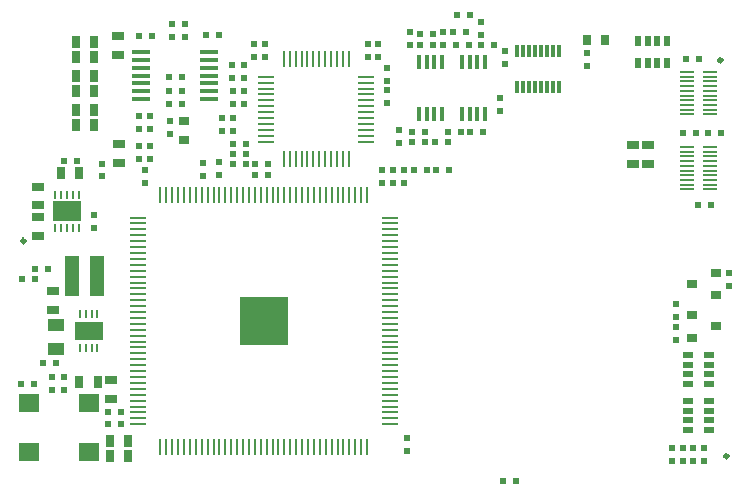
<source format=gtp>
G04*
G04 #@! TF.GenerationSoftware,Altium Limited,Altium Designer,22.6.1 (34)*
G04*
G04 Layer_Color=8421504*
%FSLAX24Y24*%
%MOIN*%
G70*
G04*
G04 #@! TF.SameCoordinates,BFD713BD-E5D5-4BF8-98F0-1AC20243F701*
G04*
G04*
G04 #@! TF.FilePolarity,Positive*
G04*
G01*
G75*
%ADD17C,0.0118*%
%ADD18R,0.0118X0.0394*%
%ADD19R,0.0157X0.0512*%
%ADD20R,0.0374X0.0217*%
%ADD21R,0.0610X0.0138*%
%ADD22R,0.0576X0.0110*%
%ADD23R,0.0110X0.0576*%
%ADD24R,0.0098X0.0315*%
%ADD25R,0.0929X0.0646*%
%ADD26R,0.0709X0.0630*%
%ADD27R,0.0533X0.0110*%
%ADD28R,0.0110X0.0533*%
%ADD29R,0.1630X0.1630*%
%ADD30R,0.0453X0.0079*%
%ADD31R,0.0492X0.0079*%
%ADD32R,0.0354X0.0315*%
%ADD33R,0.0197X0.0236*%
%ADD34R,0.0098X0.0276*%
%ADD35R,0.0917X0.0650*%
%ADD36R,0.0512X0.1339*%
%ADD37R,0.0236X0.0197*%
%ADD38R,0.0551X0.0394*%
%ADD39R,0.0394X0.0256*%
%ADD40R,0.0256X0.0394*%
%ADD41R,0.0256X0.0354*%
%ADD42R,0.0354X0.0256*%
%ADD43R,0.0217X0.0374*%
G36*
X9191Y6581D02*
X8726D01*
Y7045D01*
X9191D01*
Y6581D01*
D02*
G37*
G36*
X8648D02*
X8183D01*
Y7045D01*
X8648D01*
Y6581D01*
D02*
G37*
G36*
X8104D02*
X7640D01*
Y7045D01*
X8104D01*
Y6581D01*
D02*
G37*
G36*
X9191Y6037D02*
X8726D01*
Y6502D01*
X9191D01*
Y6037D01*
D02*
G37*
G36*
X8648D02*
X8183D01*
Y6502D01*
X8648D01*
Y6037D01*
D02*
G37*
G36*
X8104D02*
X7640D01*
Y6502D01*
X8104D01*
Y6037D01*
D02*
G37*
G36*
X9191Y5494D02*
X8726D01*
Y5959D01*
X9191D01*
Y5494D01*
D02*
G37*
G36*
X8648D02*
X8183D01*
Y5959D01*
X8648D01*
Y5494D01*
D02*
G37*
G36*
X8104D02*
X7640D01*
Y5959D01*
X8104D01*
Y5494D01*
D02*
G37*
D17*
X463Y8937D02*
G03*
X463Y8937I-59J0D01*
G01*
X23898Y1762D02*
G03*
X23898Y1762I-59J0D01*
G01*
X23691Y14961D02*
G03*
X23691Y14961I-59J0D01*
G01*
D18*
X17067Y14055D02*
D03*
X16870D02*
D03*
X17264D02*
D03*
X16870Y15276D02*
D03*
X17067D02*
D03*
X17657Y14055D02*
D03*
X17854D02*
D03*
X17461D02*
D03*
X18051D02*
D03*
X18248D02*
D03*
X17657Y15276D02*
D03*
X17264D02*
D03*
X17461D02*
D03*
X17854D02*
D03*
X18248D02*
D03*
X18051D02*
D03*
D19*
X14360Y14892D02*
D03*
X14104D02*
D03*
X13848D02*
D03*
X14360Y13159D02*
D03*
X13848D02*
D03*
X14104D02*
D03*
X13593Y14892D02*
D03*
Y13159D02*
D03*
X15276D02*
D03*
X15020D02*
D03*
Y14892D02*
D03*
X15787Y13159D02*
D03*
X15531D02*
D03*
X15787Y14892D02*
D03*
X15276D02*
D03*
X15531D02*
D03*
D20*
X23268Y3583D02*
D03*
Y3268D02*
D03*
Y2638D02*
D03*
Y2953D02*
D03*
X22559Y3583D02*
D03*
Y3268D02*
D03*
Y2638D02*
D03*
Y2953D02*
D03*
Y5118D02*
D03*
Y4803D02*
D03*
Y4488D02*
D03*
Y4173D02*
D03*
X23268Y5118D02*
D03*
Y4803D02*
D03*
Y4488D02*
D03*
Y4173D02*
D03*
D21*
X6594Y14961D02*
D03*
Y14705D02*
D03*
Y15217D02*
D03*
Y14193D02*
D03*
Y14449D02*
D03*
Y13937D02*
D03*
Y13681D02*
D03*
X4331Y13937D02*
D03*
Y14193D02*
D03*
Y14961D02*
D03*
Y15217D02*
D03*
Y14449D02*
D03*
Y14705D02*
D03*
Y13681D02*
D03*
D22*
X11827Y14409D02*
D03*
Y14016D02*
D03*
Y13819D02*
D03*
Y14213D02*
D03*
Y13622D02*
D03*
Y13425D02*
D03*
Y13228D02*
D03*
Y12835D02*
D03*
Y12638D02*
D03*
Y13032D02*
D03*
Y12441D02*
D03*
Y12244D02*
D03*
X8507Y14409D02*
D03*
Y14016D02*
D03*
Y13819D02*
D03*
Y14213D02*
D03*
Y13622D02*
D03*
Y13425D02*
D03*
Y13228D02*
D03*
Y12835D02*
D03*
Y12638D02*
D03*
Y13032D02*
D03*
Y12441D02*
D03*
Y12244D02*
D03*
D23*
X11053Y14987D02*
D03*
X11250D02*
D03*
X10659D02*
D03*
X10856D02*
D03*
X10463D02*
D03*
X10266D02*
D03*
X11053Y11667D02*
D03*
X11250D02*
D03*
X10659D02*
D03*
X10856D02*
D03*
X10463D02*
D03*
X10266D02*
D03*
X9872Y14987D02*
D03*
X10069D02*
D03*
X9478D02*
D03*
X9675D02*
D03*
X9281D02*
D03*
X9085D02*
D03*
X9872Y11667D02*
D03*
X10069D02*
D03*
X9478D02*
D03*
X9675D02*
D03*
X9281D02*
D03*
X9085D02*
D03*
D24*
X2874Y6514D02*
D03*
X2480D02*
D03*
X2283D02*
D03*
X2677D02*
D03*
X2480Y5376D02*
D03*
X2874D02*
D03*
X2677D02*
D03*
X2283D02*
D03*
D25*
X2579Y5945D02*
D03*
D26*
X2575Y3543D02*
D03*
Y1890D02*
D03*
X575Y3543D02*
D03*
Y1890D02*
D03*
D27*
X12617Y9518D02*
D03*
Y9715D02*
D03*
Y8927D02*
D03*
Y8730D02*
D03*
Y9124D02*
D03*
Y8337D02*
D03*
Y8140D02*
D03*
Y8533D02*
D03*
Y9321D02*
D03*
Y7746D02*
D03*
Y7943D02*
D03*
Y7156D02*
D03*
Y6959D02*
D03*
Y7352D02*
D03*
Y6565D02*
D03*
Y6368D02*
D03*
Y6762D02*
D03*
Y7549D02*
D03*
Y5974D02*
D03*
Y5778D02*
D03*
Y6171D02*
D03*
Y5187D02*
D03*
Y4990D02*
D03*
Y5384D02*
D03*
Y4596D02*
D03*
Y4400D02*
D03*
Y4793D02*
D03*
Y5581D02*
D03*
Y4006D02*
D03*
Y4203D02*
D03*
Y3809D02*
D03*
Y3415D02*
D03*
Y3612D02*
D03*
Y3022D02*
D03*
Y2825D02*
D03*
Y3219D02*
D03*
X4214Y9518D02*
D03*
Y9715D02*
D03*
Y9321D02*
D03*
Y8927D02*
D03*
Y8730D02*
D03*
Y9124D02*
D03*
Y8337D02*
D03*
Y8140D02*
D03*
Y8533D02*
D03*
Y7746D02*
D03*
Y7943D02*
D03*
Y7549D02*
D03*
Y7156D02*
D03*
Y6959D02*
D03*
Y7352D02*
D03*
Y6565D02*
D03*
Y6368D02*
D03*
Y6762D02*
D03*
Y5974D02*
D03*
Y5778D02*
D03*
Y6171D02*
D03*
Y5187D02*
D03*
Y4990D02*
D03*
Y5384D02*
D03*
Y4596D02*
D03*
Y4400D02*
D03*
Y4793D02*
D03*
Y5581D02*
D03*
Y4006D02*
D03*
Y4203D02*
D03*
Y3809D02*
D03*
Y3415D02*
D03*
Y3612D02*
D03*
Y3022D02*
D03*
Y2825D02*
D03*
Y3219D02*
D03*
D28*
X11860Y10471D02*
D03*
X11073D02*
D03*
X11270D02*
D03*
X10876D02*
D03*
X11663D02*
D03*
X11467D02*
D03*
X9892D02*
D03*
X10089D02*
D03*
X9695D02*
D03*
X10482D02*
D03*
X10679D02*
D03*
X10285D02*
D03*
X9301D02*
D03*
X9498D02*
D03*
X9104D02*
D03*
X8711D02*
D03*
X8907D02*
D03*
X8514D02*
D03*
X11860Y2068D02*
D03*
X10876D02*
D03*
X11073D02*
D03*
X10679D02*
D03*
X11467D02*
D03*
X11663D02*
D03*
X11270D02*
D03*
X9695D02*
D03*
X9892D02*
D03*
X9498D02*
D03*
X10285D02*
D03*
X10482D02*
D03*
X10089D02*
D03*
X9104D02*
D03*
X9301D02*
D03*
X8907D02*
D03*
X8711D02*
D03*
X8514D02*
D03*
X7530Y10471D02*
D03*
X7726D02*
D03*
X7333D02*
D03*
X8120D02*
D03*
X8317D02*
D03*
X7923D02*
D03*
X6545D02*
D03*
X6742D02*
D03*
X6348D02*
D03*
X7136D02*
D03*
X6939D02*
D03*
X6152D02*
D03*
X5955D02*
D03*
X5167D02*
D03*
X5364D02*
D03*
X4970D02*
D03*
X5758D02*
D03*
X5561D02*
D03*
X7726Y2068D02*
D03*
X7923D02*
D03*
X7530D02*
D03*
X8120D02*
D03*
X8317D02*
D03*
X6742D02*
D03*
X6939D02*
D03*
X6545D02*
D03*
X7136D02*
D03*
X7333D02*
D03*
X6152D02*
D03*
X6348D02*
D03*
X5955D02*
D03*
X5167D02*
D03*
X5364D02*
D03*
X4970D02*
D03*
X5758D02*
D03*
X5561D02*
D03*
D29*
X8415Y6270D02*
D03*
D30*
X23297Y14095D02*
D03*
Y13937D02*
D03*
Y14252D02*
D03*
Y13622D02*
D03*
Y13780D02*
D03*
Y14409D02*
D03*
Y14567D02*
D03*
Y13307D02*
D03*
Y13465D02*
D03*
X22530Y13780D02*
D03*
Y13937D02*
D03*
Y14409D02*
D03*
Y14567D02*
D03*
Y14095D02*
D03*
Y14252D02*
D03*
Y13150D02*
D03*
Y13622D02*
D03*
Y13307D02*
D03*
Y13465D02*
D03*
Y12067D02*
D03*
Y11909D02*
D03*
Y11752D02*
D03*
Y11594D02*
D03*
Y11437D02*
D03*
Y11280D02*
D03*
Y11122D02*
D03*
Y10965D02*
D03*
Y10807D02*
D03*
Y10650D02*
D03*
X23297Y11122D02*
D03*
Y11280D02*
D03*
Y10965D02*
D03*
Y10807D02*
D03*
Y11437D02*
D03*
Y12067D02*
D03*
Y11909D02*
D03*
Y11752D02*
D03*
Y11594D02*
D03*
D31*
X23278Y13150D02*
D03*
Y10650D02*
D03*
D32*
X23494Y7874D02*
D03*
Y7126D02*
D03*
X22707Y7500D02*
D03*
X23494Y6083D02*
D03*
X22707Y6457D02*
D03*
Y5709D02*
D03*
D33*
X22500Y15010D02*
D03*
X22933D02*
D03*
X1742Y11604D02*
D03*
X2175D02*
D03*
X354Y7657D02*
D03*
X787D02*
D03*
X787Y7992D02*
D03*
X1220D02*
D03*
X1043Y4872D02*
D03*
X1476D02*
D03*
X5679Y14390D02*
D03*
X5246D02*
D03*
X5679Y13937D02*
D03*
X5246D02*
D03*
X5679Y13484D02*
D03*
X5246D02*
D03*
X7382Y11486D02*
D03*
X7815D02*
D03*
X8120D02*
D03*
X8553D02*
D03*
X13366Y12579D02*
D03*
X13799D02*
D03*
X13366Y12234D02*
D03*
X13799D02*
D03*
X6476Y15811D02*
D03*
X6909D02*
D03*
X14547Y12234D02*
D03*
X14114D02*
D03*
X14055Y15472D02*
D03*
X13622D02*
D03*
X14055Y15817D02*
D03*
X13622D02*
D03*
X15157Y15906D02*
D03*
X14724D02*
D03*
X16093Y15472D02*
D03*
X15659D02*
D03*
X15285Y12579D02*
D03*
X15718D02*
D03*
X14980D02*
D03*
X14547D02*
D03*
X14862Y16467D02*
D03*
X15295D02*
D03*
X14833Y15472D02*
D03*
X15266D02*
D03*
X16398Y945D02*
D03*
X16831D02*
D03*
X14596Y11309D02*
D03*
X14163D02*
D03*
X13868Y11309D02*
D03*
X13435D02*
D03*
X4252Y15768D02*
D03*
X4685D02*
D03*
X7815Y12175D02*
D03*
X7382D02*
D03*
X7815Y11831D02*
D03*
X7382D02*
D03*
X22382Y12530D02*
D03*
X22815D02*
D03*
X23642D02*
D03*
X23209D02*
D03*
X23327Y10148D02*
D03*
X22894D02*
D03*
X3219Y3219D02*
D03*
X3652D02*
D03*
X8553Y11142D02*
D03*
X8120D02*
D03*
X3228Y2825D02*
D03*
X3661D02*
D03*
X758Y4163D02*
D03*
X325D02*
D03*
D34*
X2254Y10482D02*
D03*
X2057D02*
D03*
X1860D02*
D03*
X1663D02*
D03*
X2254Y9360D02*
D03*
X1663D02*
D03*
X2057D02*
D03*
X1860D02*
D03*
X1467Y10482D02*
D03*
Y9360D02*
D03*
D35*
X1860Y9921D02*
D03*
D36*
X2864Y7776D02*
D03*
X2037D02*
D03*
D37*
X22165Y5640D02*
D03*
Y6073D02*
D03*
X19193Y14774D02*
D03*
Y15207D02*
D03*
X22165Y6388D02*
D03*
Y6821D02*
D03*
X23927Y7441D02*
D03*
Y7874D02*
D03*
X2756Y9803D02*
D03*
Y9370D02*
D03*
X4626Y12657D02*
D03*
Y13091D02*
D03*
X4252D02*
D03*
Y12657D02*
D03*
X7372Y14360D02*
D03*
Y14793D02*
D03*
X7382Y13484D02*
D03*
Y13917D02*
D03*
X7028Y13032D02*
D03*
Y12598D02*
D03*
X7746Y14360D02*
D03*
Y14793D02*
D03*
X7756Y13484D02*
D03*
Y13917D02*
D03*
X7392Y13032D02*
D03*
Y12598D02*
D03*
X12519Y14269D02*
D03*
Y14702D02*
D03*
X12520Y13533D02*
D03*
Y13967D02*
D03*
X12913Y12618D02*
D03*
Y12185D02*
D03*
X5797Y15718D02*
D03*
Y16152D02*
D03*
X14390Y15886D02*
D03*
Y15453D02*
D03*
X15659Y15807D02*
D03*
Y16240D02*
D03*
X5344Y15718D02*
D03*
Y16152D02*
D03*
X3022Y11516D02*
D03*
Y11083D02*
D03*
X6918Y11117D02*
D03*
Y11550D02*
D03*
X6378Y11112D02*
D03*
Y11545D02*
D03*
X23091Y2037D02*
D03*
Y1604D02*
D03*
X22736D02*
D03*
Y2037D02*
D03*
X22382Y1604D02*
D03*
Y2037D02*
D03*
X1752Y3976D02*
D03*
Y4409D02*
D03*
X1348Y3976D02*
D03*
Y4409D02*
D03*
X4626Y12106D02*
D03*
Y11673D02*
D03*
X4252D02*
D03*
Y12106D02*
D03*
X5305Y12490D02*
D03*
Y12923D02*
D03*
X8081Y15059D02*
D03*
Y15492D02*
D03*
X8455Y15059D02*
D03*
Y15492D02*
D03*
X12234Y15059D02*
D03*
Y15492D02*
D03*
X11880Y15059D02*
D03*
Y15492D02*
D03*
X13297Y15886D02*
D03*
Y15453D02*
D03*
X16457Y14843D02*
D03*
Y15276D02*
D03*
X16289Y13711D02*
D03*
Y13278D02*
D03*
X22028Y1604D02*
D03*
Y2037D02*
D03*
X13081Y11309D02*
D03*
Y10876D02*
D03*
X12726Y11309D02*
D03*
Y10876D02*
D03*
X4459Y11309D02*
D03*
Y10876D02*
D03*
X12372Y11309D02*
D03*
Y10876D02*
D03*
X13189Y1949D02*
D03*
Y2382D02*
D03*
D38*
X1476Y5344D02*
D03*
Y6132D02*
D03*
D39*
X906Y10138D02*
D03*
Y10748D02*
D03*
X21230Y11516D02*
D03*
Y12126D02*
D03*
X3602Y11545D02*
D03*
Y12156D02*
D03*
X20738Y11516D02*
D03*
Y12126D02*
D03*
X3337Y4291D02*
D03*
Y3681D02*
D03*
X906Y9724D02*
D03*
Y9114D02*
D03*
X1398Y6644D02*
D03*
Y7254D02*
D03*
X3573Y15148D02*
D03*
Y15758D02*
D03*
D40*
X2766Y15059D02*
D03*
X2156D02*
D03*
X2766Y15551D02*
D03*
X2156D02*
D03*
X2766Y13937D02*
D03*
X2156D02*
D03*
X2766Y14429D02*
D03*
X2156D02*
D03*
X2766Y12815D02*
D03*
X2156D02*
D03*
X2766Y13307D02*
D03*
X2156D02*
D03*
X2884Y4222D02*
D03*
X2274D02*
D03*
X3278Y2274D02*
D03*
X3888D02*
D03*
X3278Y1772D02*
D03*
X3888D02*
D03*
X1654Y11191D02*
D03*
X2264D02*
D03*
D41*
X19193Y15620D02*
D03*
X19803D02*
D03*
D42*
X5758Y12923D02*
D03*
Y12313D02*
D03*
D43*
X20906Y14882D02*
D03*
X21220D02*
D03*
X21535D02*
D03*
X21850D02*
D03*
X20906Y15591D02*
D03*
X21220D02*
D03*
X21535D02*
D03*
X21850D02*
D03*
M02*

</source>
